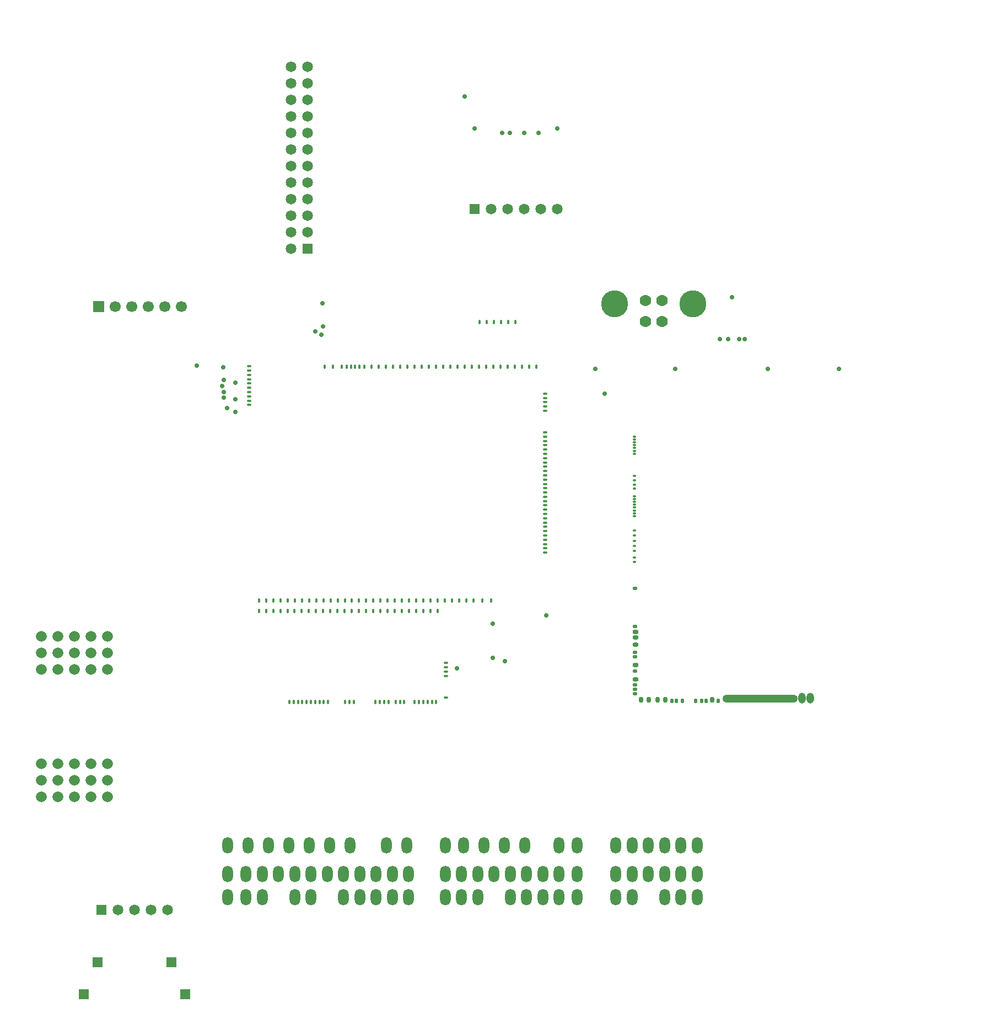
<source format=gbs>
G04*
G04 #@! TF.GenerationSoftware,Altium Limited,Altium Designer,20.0.10 (225)*
G04*
G04 Layer_Color=16711935*
%FSLAX25Y25*%
%MOIN*%
G70*
G01*
G75*
%ADD53O,0.04488X0.06457*%
%ADD54O,0.03701X0.02913*%
%ADD63C,0.16299*%
%ADD74C,0.02913*%
%ADD75C,0.06551*%
%ADD76C,0.00551*%
%ADD77R,0.06457X0.06457*%
%ADD78C,0.06457*%
%ADD79O,0.06457X0.10000*%
%ADD80C,0.06951*%
%ADD81C,0.06693*%
%ADD82R,0.06693X0.06693*%
%ADD83R,0.06457X0.06457*%
G04:AMPARAMS|DCode=182|XSize=15.35mil|YSize=25.2mil|CornerRadius=7.68mil|HoleSize=0mil|Usage=FLASHONLY|Rotation=90.000|XOffset=0mil|YOffset=0mil|HoleType=Round|Shape=RoundedRectangle|*
%AMROUNDEDRECTD182*
21,1,0.01535,0.00984,0,0,90.0*
21,1,0.00000,0.02520,0,0,90.0*
1,1,0.01535,0.00492,0.00000*
1,1,0.01535,0.00492,0.00000*
1,1,0.01535,-0.00492,0.00000*
1,1,0.01535,-0.00492,0.00000*
%
%ADD182ROUNDEDRECTD182*%
G04:AMPARAMS|DCode=183|XSize=15.35mil|YSize=25.2mil|CornerRadius=7.68mil|HoleSize=0mil|Usage=FLASHONLY|Rotation=0.000|XOffset=0mil|YOffset=0mil|HoleType=Round|Shape=RoundedRectangle|*
%AMROUNDEDRECTD183*
21,1,0.01535,0.00984,0,0,0.0*
21,1,0.00000,0.02520,0,0,0.0*
1,1,0.01535,0.00000,-0.00492*
1,1,0.01535,0.00000,-0.00492*
1,1,0.01535,0.00000,0.00492*
1,1,0.01535,0.00000,0.00492*
%
%ADD183ROUNDEDRECTD183*%
%ADD184O,0.02126X0.01339*%
%ADD185O,0.02913X0.02126*%
%ADD186O,0.02913X0.03701*%
%ADD187O,0.45433X0.04882*%
%ADD188O,0.02126X0.02913*%
D53*
X495282Y198873D02*
D03*
X490337D02*
D03*
D54*
X389652Y238834D02*
D03*
Y235389D02*
D03*
Y231156D02*
D03*
Y218853D02*
D03*
Y209896D02*
D03*
D63*
X376791Y437106D02*
D03*
X424193D02*
D03*
D74*
X303219Y223002D02*
D03*
X335531Y248819D02*
D03*
X310630Y221063D02*
D03*
X281693Y216634D02*
D03*
X303150Y243602D02*
D03*
X286122Y562225D02*
D03*
X313583Y540276D02*
D03*
X330906D02*
D03*
X322146D02*
D03*
X292323Y542914D02*
D03*
X308957Y540276D02*
D03*
X342339Y542949D02*
D03*
X200374Y437323D02*
D03*
X200669Y423347D02*
D03*
X199488Y418327D02*
D03*
X196043Y420394D02*
D03*
X447756Y441043D02*
D03*
X445571Y415748D02*
D03*
X440551D02*
D03*
X455610D02*
D03*
X452067D02*
D03*
X365302Y397638D02*
D03*
X413583D02*
D03*
X370768Y382677D02*
D03*
X512402Y397638D02*
D03*
X469488D02*
D03*
X140413Y391142D02*
D03*
X147638Y389468D02*
D03*
X139567Y387303D02*
D03*
X140413Y383858D02*
D03*
X147638Y379232D02*
D03*
X140709Y380512D02*
D03*
X142480Y374114D02*
D03*
X147638Y371555D02*
D03*
X140354Y398622D02*
D03*
X124311Y399803D02*
D03*
D75*
X30315Y139016D02*
D03*
X40315D02*
D03*
X50315D02*
D03*
X60315D02*
D03*
X70315D02*
D03*
X30315Y149016D02*
D03*
X70315D02*
D03*
X60315D02*
D03*
X50315D02*
D03*
X40315D02*
D03*
Y159016D02*
D03*
X50315D02*
D03*
X60315D02*
D03*
X70315D02*
D03*
X30315D02*
D03*
Y215945D02*
D03*
X40315D02*
D03*
X50315D02*
D03*
X60315D02*
D03*
X70315D02*
D03*
X30315Y225945D02*
D03*
X70315D02*
D03*
X60315D02*
D03*
X50315D02*
D03*
X40315D02*
D03*
Y235945D02*
D03*
X50315D02*
D03*
X60315D02*
D03*
X70315D02*
D03*
X30315D02*
D03*
D76*
X460630Y27559D02*
D03*
X86614D02*
D03*
X173622Y56890D02*
D03*
X397244D02*
D03*
X135256Y484803D02*
D03*
X44272D02*
D03*
X19879Y279921D02*
D03*
X586614Y20079D02*
D03*
Y605905D02*
D03*
X19685D02*
D03*
Y20079D02*
D03*
D77*
X108858Y38878D02*
D03*
X64370D02*
D03*
X117323Y19685D02*
D03*
X55905D02*
D03*
X66614Y70866D02*
D03*
X292126Y494488D02*
D03*
D78*
X106614Y70866D02*
D03*
X96614D02*
D03*
X86614D02*
D03*
X76614D02*
D03*
X342126Y494488D02*
D03*
X332126D02*
D03*
X322126D02*
D03*
X312126D02*
D03*
X302126D02*
D03*
X181142Y580472D02*
D03*
X191142D02*
D03*
X181142Y570472D02*
D03*
X191142D02*
D03*
X181142Y560472D02*
D03*
X191142D02*
D03*
X181142Y550472D02*
D03*
X191142D02*
D03*
X181142Y540472D02*
D03*
X191142D02*
D03*
X181142Y530472D02*
D03*
X191142D02*
D03*
X181142Y520472D02*
D03*
X191142D02*
D03*
X181142Y510472D02*
D03*
X191142D02*
D03*
X181142Y500472D02*
D03*
X191142D02*
D03*
X181142Y490472D02*
D03*
X191142D02*
D03*
X181142Y480472D02*
D03*
X191142D02*
D03*
X181142Y470472D02*
D03*
D79*
X142913Y92520D02*
D03*
Y78347D02*
D03*
X153937Y92520D02*
D03*
Y78347D02*
D03*
X163779Y92520D02*
D03*
Y78347D02*
D03*
X173622Y92520D02*
D03*
X183465D02*
D03*
Y78347D02*
D03*
X193307Y92520D02*
D03*
Y78347D02*
D03*
X203150Y92520D02*
D03*
X212992Y78347D02*
D03*
Y92520D02*
D03*
X222835Y78347D02*
D03*
Y92520D02*
D03*
X232677Y78347D02*
D03*
Y92520D02*
D03*
X242520Y78347D02*
D03*
Y92520D02*
D03*
X238858Y109843D02*
D03*
X252362Y78347D02*
D03*
Y92520D02*
D03*
X251181Y109843D02*
D03*
X274409Y78347D02*
D03*
Y92520D02*
D03*
Y109843D02*
D03*
X284252Y78347D02*
D03*
Y92520D02*
D03*
X285433Y109843D02*
D03*
X294094Y78347D02*
D03*
Y92520D02*
D03*
X303937D02*
D03*
X297756Y109843D02*
D03*
X313779Y78347D02*
D03*
Y92520D02*
D03*
X310079Y109843D02*
D03*
X323622Y78347D02*
D03*
Y92520D02*
D03*
X322402Y109843D02*
D03*
X333465Y78347D02*
D03*
Y92520D02*
D03*
X343307Y78347D02*
D03*
Y92520D02*
D03*
Y109843D02*
D03*
X354331Y78347D02*
D03*
Y92520D02*
D03*
Y109843D02*
D03*
X377559Y78347D02*
D03*
Y92520D02*
D03*
Y109843D02*
D03*
X387402Y78347D02*
D03*
Y92520D02*
D03*
Y109843D02*
D03*
X397244Y92520D02*
D03*
X407087Y78347D02*
D03*
Y92520D02*
D03*
Y109843D02*
D03*
X416929Y78347D02*
D03*
Y92520D02*
D03*
X426772Y78347D02*
D03*
Y92520D02*
D03*
X416929Y109843D02*
D03*
X426772D02*
D03*
X216850D02*
D03*
X204528D02*
D03*
X192205D02*
D03*
X179882D02*
D03*
X167559D02*
D03*
X155236D02*
D03*
X142913D02*
D03*
X397244D02*
D03*
D80*
X405413Y426437D02*
D03*
Y439094D02*
D03*
X395571D02*
D03*
Y426437D02*
D03*
D81*
X114764Y435433D02*
D03*
X104764D02*
D03*
X94764D02*
D03*
X84764D02*
D03*
X74764D02*
D03*
D82*
X64764D02*
D03*
D83*
X191142Y470472D02*
D03*
D182*
X275000Y199127D02*
D03*
Y219914D02*
D03*
Y217316D02*
D03*
Y214717D02*
D03*
Y212119D02*
D03*
X155807Y396693D02*
D03*
Y399291D02*
D03*
Y375905D02*
D03*
Y378504D02*
D03*
Y381102D02*
D03*
Y383701D02*
D03*
Y386299D02*
D03*
Y388898D02*
D03*
Y391496D02*
D03*
Y394094D02*
D03*
X335047Y307421D02*
D03*
Y310020D02*
D03*
Y312618D02*
D03*
Y315216D02*
D03*
Y317815D02*
D03*
Y320413D02*
D03*
Y323012D02*
D03*
Y325610D02*
D03*
Y328209D02*
D03*
Y330807D02*
D03*
Y333405D02*
D03*
Y336004D02*
D03*
Y338602D02*
D03*
Y341201D02*
D03*
Y343799D02*
D03*
Y346398D02*
D03*
Y348996D02*
D03*
Y351594D02*
D03*
Y354193D02*
D03*
Y356791D02*
D03*
Y359390D02*
D03*
Y372382D02*
D03*
Y382776D02*
D03*
Y380177D02*
D03*
Y377579D02*
D03*
Y374980D02*
D03*
Y286634D02*
D03*
Y289232D02*
D03*
Y291831D02*
D03*
Y294429D02*
D03*
Y297027D02*
D03*
Y299626D02*
D03*
Y302224D02*
D03*
Y304823D02*
D03*
D183*
X174724Y251287D02*
D03*
X170394D02*
D03*
X166063D02*
D03*
X161732D02*
D03*
X269012Y196319D02*
D03*
X266413D02*
D03*
X263815D02*
D03*
X261217D02*
D03*
X258618D02*
D03*
X256020D02*
D03*
X249717D02*
D03*
X247118D02*
D03*
X244520D02*
D03*
X240107D02*
D03*
X237508D02*
D03*
X234910D02*
D03*
X232311D02*
D03*
X219217D02*
D03*
X216618D02*
D03*
X214020D02*
D03*
X203602D02*
D03*
X201004D02*
D03*
X198406D02*
D03*
X195807D02*
D03*
X193209D02*
D03*
X190610D02*
D03*
X188012D02*
D03*
X185413D02*
D03*
X182815D02*
D03*
X180217D02*
D03*
X179055Y251287D02*
D03*
X183386D02*
D03*
X187716D02*
D03*
X192047D02*
D03*
X196378D02*
D03*
X200709D02*
D03*
X205039D02*
D03*
X209370D02*
D03*
X213701D02*
D03*
X218031D02*
D03*
X222362D02*
D03*
X226693D02*
D03*
X231024D02*
D03*
X235354D02*
D03*
X239685D02*
D03*
X244016D02*
D03*
X248346D02*
D03*
X252677D02*
D03*
X257008D02*
D03*
X261338D02*
D03*
X265669D02*
D03*
X270000D02*
D03*
X329626Y399024D02*
D03*
X161752Y257571D02*
D03*
X183406D02*
D03*
X187736D02*
D03*
X312303Y399024D02*
D03*
X307972D02*
D03*
X303642D02*
D03*
X299311D02*
D03*
X294980D02*
D03*
X290650D02*
D03*
X286319D02*
D03*
X281988D02*
D03*
X277657D02*
D03*
X273327D02*
D03*
X268996D02*
D03*
X264665D02*
D03*
X260335D02*
D03*
X256004D02*
D03*
X251673D02*
D03*
X247342D02*
D03*
X243012D02*
D03*
X238681D02*
D03*
X234350D02*
D03*
X230020D02*
D03*
X225689D02*
D03*
X222638D02*
D03*
X201398D02*
D03*
X206594D02*
D03*
X211791D02*
D03*
X217402D02*
D03*
X192067Y257571D02*
D03*
X196398D02*
D03*
X200729D02*
D03*
X205059D02*
D03*
X209390D02*
D03*
X213721D02*
D03*
X218051D02*
D03*
X222382D02*
D03*
X226713D02*
D03*
X231043D02*
D03*
X235374D02*
D03*
X239705D02*
D03*
X244036D02*
D03*
X248366D02*
D03*
X252697D02*
D03*
X257028D02*
D03*
X261358D02*
D03*
X265689D02*
D03*
X270020D02*
D03*
X274350D02*
D03*
X278681D02*
D03*
X283012D02*
D03*
X302067D02*
D03*
X296870D02*
D03*
X291673D02*
D03*
X287343D02*
D03*
X166083D02*
D03*
X170414D02*
D03*
X174744D02*
D03*
X179075D02*
D03*
X325295Y399024D02*
D03*
X320964D02*
D03*
X316634D02*
D03*
X214784D02*
D03*
X220020D02*
D03*
X295079Y425886D02*
D03*
X299409D02*
D03*
X303740D02*
D03*
X308071D02*
D03*
X312402D02*
D03*
X316732D02*
D03*
D184*
X388864Y356845D02*
D03*
Y355113D02*
D03*
Y353381D02*
D03*
Y351648D02*
D03*
Y349916D02*
D03*
Y348184D02*
D03*
Y346452D02*
D03*
Y333046D02*
D03*
Y330448D02*
D03*
Y327849D02*
D03*
Y325251D02*
D03*
Y320822D02*
D03*
Y319089D02*
D03*
Y317357D02*
D03*
Y315625D02*
D03*
Y313893D02*
D03*
Y312160D02*
D03*
Y310428D02*
D03*
Y308696D02*
D03*
Y300054D02*
D03*
Y296921D02*
D03*
Y293771D02*
D03*
Y290621D02*
D03*
Y281078D02*
D03*
Y283676D02*
D03*
Y287849D02*
D03*
D185*
X389278Y265113D02*
D03*
Y242082D02*
D03*
Y201256D02*
D03*
Y203991D02*
D03*
Y206669D02*
D03*
Y215035D02*
D03*
Y223873D02*
D03*
Y226432D02*
D03*
D186*
X392821Y197593D02*
D03*
X397447D02*
D03*
X402762D02*
D03*
X407388D02*
D03*
X435734Y197593D02*
D03*
D187*
X464967Y198381D02*
D03*
D188*
X439573Y197200D02*
D03*
X432310D02*
D03*
X425913D02*
D03*
X411404D02*
D03*
X414200D02*
D03*
X417743D02*
D03*
X429435D02*
D03*
M02*

</source>
